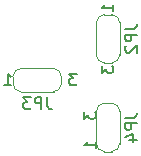
<source format=gbo>
G04 #@! TF.GenerationSoftware,KiCad,Pcbnew,(5.1.2-1)-1*
G04 #@! TF.CreationDate,2019-07-25T00:26:34-07:00*
G04 #@! TF.ProjectId,first_design,66697273-745f-4646-9573-69676e2e6b69,rev?*
G04 #@! TF.SameCoordinates,Original*
G04 #@! TF.FileFunction,Legend,Bot*
G04 #@! TF.FilePolarity,Positive*
%FSLAX46Y46*%
G04 Gerber Fmt 4.6, Leading zero omitted, Abs format (unit mm)*
G04 Created by KiCad (PCBNEW (5.1.2-1)-1) date 2019-07-25 00:26:34*
%MOMM*%
%LPD*%
G04 APERTURE LIST*
%ADD10C,0.120000*%
%ADD11C,0.150000*%
G04 APERTURE END LIST*
D10*
X32300000Y1450000D02*
G75*
G03X33000000Y2150000I0J700000D01*
G01*
X31000000Y2150000D02*
G75*
G03X31700000Y1450000I700000J0D01*
G01*
X31700000Y5550000D02*
G75*
G03X31000000Y4850000I0J-700000D01*
G01*
X33000000Y4850000D02*
G75*
G03X32300000Y5550000I-700000J0D01*
G01*
X33000000Y2100000D02*
X33000000Y4900000D01*
X32300000Y5550000D02*
X31700000Y5550000D01*
X31000000Y4900000D02*
X31000000Y2100000D01*
X31700000Y1450000D02*
X32300000Y1450000D01*
X23950000Y7200000D02*
G75*
G03X24650000Y6500000I700000J0D01*
G01*
X24650000Y8500000D02*
G75*
G03X23950000Y7800000I0J-700000D01*
G01*
X28050000Y7800000D02*
G75*
G03X27350000Y8500000I-700000J0D01*
G01*
X27350000Y6500000D02*
G75*
G03X28050000Y7200000I0J700000D01*
G01*
X24600000Y6500000D02*
X27400000Y6500000D01*
X28050000Y7200000D02*
X28050000Y7800000D01*
X27400000Y8500000D02*
X24600000Y8500000D01*
X23950000Y7800000D02*
X23950000Y7200000D01*
X31700000Y13050000D02*
G75*
G03X31000000Y12350000I0J-700000D01*
G01*
X33000000Y12350000D02*
G75*
G03X32300000Y13050000I-700000J0D01*
G01*
X32300000Y8950000D02*
G75*
G03X33000000Y9650000I0J700000D01*
G01*
X31000000Y9650000D02*
G75*
G03X31700000Y8950000I700000J0D01*
G01*
X31000000Y12400000D02*
X31000000Y9600000D01*
X31700000Y8950000D02*
X32300000Y8950000D01*
X33000000Y9600000D02*
X33000000Y12400000D01*
X32300000Y13050000D02*
X31700000Y13050000D01*
D11*
X33452380Y4333333D02*
X34166666Y4333333D01*
X34309523Y4380952D01*
X34404761Y4476190D01*
X34452380Y4619047D01*
X34452380Y4714285D01*
X34452380Y3857142D02*
X33452380Y3857142D01*
X33452380Y3476190D01*
X33500000Y3380952D01*
X33547619Y3333333D01*
X33642857Y3285714D01*
X33785714Y3285714D01*
X33880952Y3333333D01*
X33928571Y3380952D01*
X33976190Y3476190D01*
X33976190Y3857142D01*
X33785714Y2428571D02*
X34452380Y2428571D01*
X33404761Y2666666D02*
X34119047Y2904761D01*
X34119047Y2285714D01*
X30952380Y1714285D02*
X30952380Y2285714D01*
X30952380Y2000000D02*
X29952380Y2000000D01*
X30095238Y2095238D01*
X30190476Y2190476D01*
X30238095Y2285714D01*
X29952380Y4833333D02*
X29952380Y4214285D01*
X30333333Y4547619D01*
X30333333Y4404761D01*
X30380952Y4309523D01*
X30428571Y4261904D01*
X30523809Y4214285D01*
X30761904Y4214285D01*
X30857142Y4261904D01*
X30904761Y4309523D01*
X30952380Y4404761D01*
X30952380Y4690476D01*
X30904761Y4785714D01*
X30857142Y4833333D01*
X26833333Y6047619D02*
X26833333Y5333333D01*
X26880952Y5190476D01*
X26976190Y5095238D01*
X27119047Y5047619D01*
X27214285Y5047619D01*
X26357142Y5047619D02*
X26357142Y6047619D01*
X25976190Y6047619D01*
X25880952Y6000000D01*
X25833333Y5952380D01*
X25785714Y5857142D01*
X25785714Y5714285D01*
X25833333Y5619047D01*
X25880952Y5571428D01*
X25976190Y5523809D01*
X26357142Y5523809D01*
X25452380Y6047619D02*
X24833333Y6047619D01*
X25166666Y5666666D01*
X25023809Y5666666D01*
X24928571Y5619047D01*
X24880952Y5571428D01*
X24833333Y5476190D01*
X24833333Y5238095D01*
X24880952Y5142857D01*
X24928571Y5095238D01*
X25023809Y5047619D01*
X25309523Y5047619D01*
X25404761Y5095238D01*
X25452380Y5142857D01*
X23214285Y7047619D02*
X23785714Y7047619D01*
X23500000Y7047619D02*
X23500000Y8047619D01*
X23595238Y7904761D01*
X23690476Y7809523D01*
X23785714Y7761904D01*
X29333333Y8047619D02*
X28714285Y8047619D01*
X29047619Y7666666D01*
X28904761Y7666666D01*
X28809523Y7619047D01*
X28761904Y7571428D01*
X28714285Y7476190D01*
X28714285Y7238095D01*
X28761904Y7142857D01*
X28809523Y7095238D01*
X28904761Y7047619D01*
X29190476Y7047619D01*
X29285714Y7095238D01*
X29333333Y7142857D01*
X33452380Y11833333D02*
X34166666Y11833333D01*
X34309523Y11880952D01*
X34404761Y11976190D01*
X34452380Y12119047D01*
X34452380Y12214285D01*
X34452380Y11357142D02*
X33452380Y11357142D01*
X33452380Y10976190D01*
X33500000Y10880952D01*
X33547619Y10833333D01*
X33642857Y10785714D01*
X33785714Y10785714D01*
X33880952Y10833333D01*
X33928571Y10880952D01*
X33976190Y10976190D01*
X33976190Y11357142D01*
X33547619Y10404761D02*
X33500000Y10357142D01*
X33452380Y10261904D01*
X33452380Y10023809D01*
X33500000Y9928571D01*
X33547619Y9880952D01*
X33642857Y9833333D01*
X33738095Y9833333D01*
X33880952Y9880952D01*
X34452380Y10452380D01*
X34452380Y9833333D01*
X32452380Y13314285D02*
X32452380Y13885714D01*
X32452380Y13600000D02*
X31452380Y13600000D01*
X31595238Y13695238D01*
X31690476Y13790476D01*
X31738095Y13885714D01*
X31452380Y8733333D02*
X31452380Y8114285D01*
X31833333Y8447619D01*
X31833333Y8304761D01*
X31880952Y8209523D01*
X31928571Y8161904D01*
X32023809Y8114285D01*
X32261904Y8114285D01*
X32357142Y8161904D01*
X32404761Y8209523D01*
X32452380Y8304761D01*
X32452380Y8590476D01*
X32404761Y8685714D01*
X32357142Y8733333D01*
M02*

</source>
